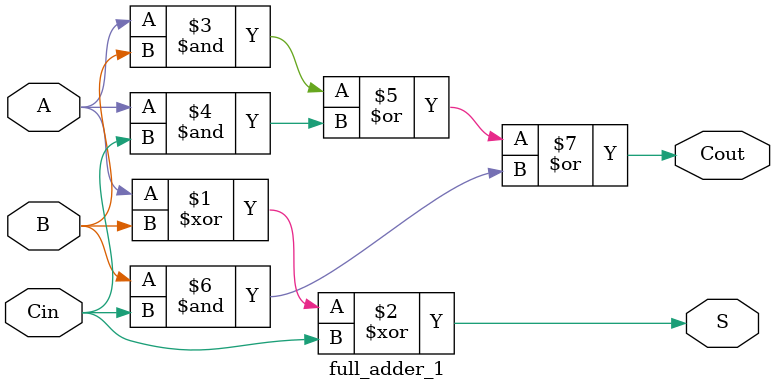
<source format=v>
module full_adder_1( input A, B,
                   output S, 
                   input Cin,
                   output Cout );
   assign S = A ^ B ^ Cin;
   assign Cout = (A & B) | (A & Cin) | (B & Cin);
endmodule
</source>
